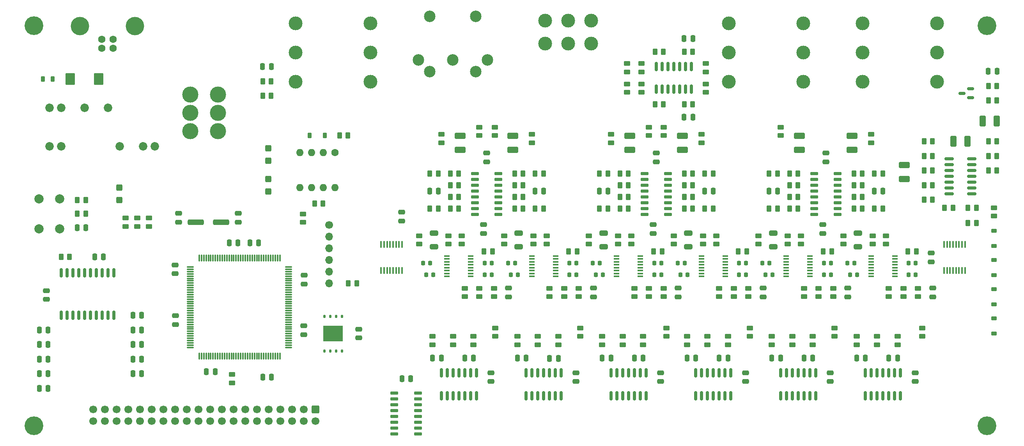
<source format=gbr>
%TF.GenerationSoftware,KiCad,Pcbnew,7.0.8*%
%TF.CreationDate,2023-12-29T15:46:01+01:00*%
%TF.ProjectId,overcycler3,6f766572-6379-4636-9c65-72332e6b6963,1*%
%TF.SameCoordinates,Original*%
%TF.FileFunction,Soldermask,Top*%
%TF.FilePolarity,Negative*%
%FSLAX46Y46*%
G04 Gerber Fmt 4.6, Leading zero omitted, Abs format (unit mm)*
G04 Created by KiCad (PCBNEW 7.0.8) date 2023-12-29 15:46:01*
%MOMM*%
%LPD*%
G01*
G04 APERTURE LIST*
G04 Aperture macros list*
%AMRoundRect*
0 Rectangle with rounded corners*
0 $1 Rounding radius*
0 $2 $3 $4 $5 $6 $7 $8 $9 X,Y pos of 4 corners*
0 Add a 4 corners polygon primitive as box body*
4,1,4,$2,$3,$4,$5,$6,$7,$8,$9,$2,$3,0*
0 Add four circle primitives for the rounded corners*
1,1,$1+$1,$2,$3*
1,1,$1+$1,$4,$5*
1,1,$1+$1,$6,$7*
1,1,$1+$1,$8,$9*
0 Add four rect primitives between the rounded corners*
20,1,$1+$1,$2,$3,$4,$5,0*
20,1,$1+$1,$4,$5,$6,$7,0*
20,1,$1+$1,$6,$7,$8,$9,0*
20,1,$1+$1,$8,$9,$2,$3,0*%
G04 Aperture macros list end*
%ADD10C,4.064000*%
%ADD11RoundRect,0.250000X-0.450000X0.262500X-0.450000X-0.262500X0.450000X-0.262500X0.450000X0.262500X0*%
%ADD12RoundRect,0.250000X0.475000X-0.250000X0.475000X0.250000X-0.475000X0.250000X-0.475000X-0.250000X0*%
%ADD13RoundRect,0.250000X0.450000X-0.262500X0.450000X0.262500X-0.450000X0.262500X-0.450000X-0.262500X0*%
%ADD14RoundRect,0.250000X-0.262500X-0.450000X0.262500X-0.450000X0.262500X0.450000X-0.262500X0.450000X0*%
%ADD15RoundRect,0.250000X0.250000X0.475000X-0.250000X0.475000X-0.250000X-0.475000X0.250000X-0.475000X0*%
%ADD16RoundRect,0.225000X-0.225000X-0.250000X0.225000X-0.250000X0.225000X0.250000X-0.225000X0.250000X0*%
%ADD17RoundRect,0.250000X-0.475000X0.250000X-0.475000X-0.250000X0.475000X-0.250000X0.475000X0.250000X0*%
%ADD18RoundRect,0.100000X-0.500000X-0.100000X0.500000X-0.100000X0.500000X0.100000X-0.500000X0.100000X0*%
%ADD19RoundRect,0.250000X0.262500X0.450000X-0.262500X0.450000X-0.262500X-0.450000X0.262500X-0.450000X0*%
%ADD20RoundRect,0.150000X0.150000X-0.825000X0.150000X0.825000X-0.150000X0.825000X-0.150000X-0.825000X0*%
%ADD21RoundRect,0.250000X-0.250000X-0.475000X0.250000X-0.475000X0.250000X0.475000X-0.250000X0.475000X0*%
%ADD22RoundRect,0.225000X0.225000X0.250000X-0.225000X0.250000X-0.225000X-0.250000X0.225000X-0.250000X0*%
%ADD23RoundRect,0.100000X0.100000X-0.637500X0.100000X0.637500X-0.100000X0.637500X-0.100000X-0.637500X0*%
%ADD24RoundRect,0.250000X0.650000X-0.325000X0.650000X0.325000X-0.650000X0.325000X-0.650000X-0.325000X0*%
%ADD25C,3.000000*%
%ADD26C,1.600000*%
%ADD27C,4.000000*%
%ADD28O,1.600000X1.600000*%
%ADD29RoundRect,0.250000X-0.425000X0.450000X-0.425000X-0.450000X0.425000X-0.450000X0.425000X0.450000X0*%
%ADD30RoundRect,0.250000X0.412500X0.925000X-0.412500X0.925000X-0.412500X-0.925000X0.412500X-0.925000X0*%
%ADD31RoundRect,0.250000X-0.925000X0.412500X-0.925000X-0.412500X0.925000X-0.412500X0.925000X0.412500X0*%
%ADD32RoundRect,0.150000X0.725000X0.150000X-0.725000X0.150000X-0.725000X-0.150000X0.725000X-0.150000X0*%
%ADD33RoundRect,0.300000X1.450000X0.300000X-1.450000X0.300000X-1.450000X-0.300000X1.450000X-0.300000X0*%
%ADD34C,1.850000*%
%ADD35RoundRect,0.250000X-0.600000X0.600000X-0.600000X-0.600000X0.600000X-0.600000X0.600000X0.600000X0*%
%ADD36C,1.700000*%
%ADD37C,3.500000*%
%ADD38RoundRect,0.225000X0.375000X-0.225000X0.375000X0.225000X-0.375000X0.225000X-0.375000X-0.225000X0*%
%ADD39RoundRect,0.150000X0.150000X-0.875000X0.150000X0.875000X-0.150000X0.875000X-0.150000X-0.875000X0*%
%ADD40RoundRect,0.150000X-0.725000X-0.150000X0.725000X-0.150000X0.725000X0.150000X-0.725000X0.150000X0*%
%ADD41C,2.000000*%
%ADD42RoundRect,0.150000X0.587500X0.150000X-0.587500X0.150000X-0.587500X-0.150000X0.587500X-0.150000X0*%
%ADD43RoundRect,0.125000X-0.125000X0.200000X-0.125000X-0.200000X0.125000X-0.200000X0.125000X0.200000X0*%
%ADD44R,4.300000X3.400000*%
%ADD45RoundRect,0.075000X-0.075000X0.662500X-0.075000X-0.662500X0.075000X-0.662500X0.075000X0.662500X0*%
%ADD46RoundRect,0.075000X-0.662500X0.075000X-0.662500X-0.075000X0.662500X-0.075000X0.662500X0.075000X0*%
%ADD47RoundRect,0.150000X-0.825000X-0.150000X0.825000X-0.150000X0.825000X0.150000X-0.825000X0.150000X0*%
%ADD48RoundRect,0.250000X-0.412500X-0.925000X0.412500X-0.925000X0.412500X0.925000X-0.412500X0.925000X0*%
%ADD49RoundRect,0.250000X0.787500X1.025000X-0.787500X1.025000X-0.787500X-1.025000X0.787500X-1.025000X0*%
%ADD50RoundRect,0.218750X-0.218750X-0.381250X0.218750X-0.381250X0.218750X0.381250X-0.218750X0.381250X0*%
%ADD51O,1.700000X1.700000*%
%ADD52RoundRect,0.100000X-0.100000X0.637500X-0.100000X-0.637500X0.100000X-0.637500X0.100000X0.637500X0*%
%ADD53C,2.500000*%
%ADD54RoundRect,0.225000X-0.225000X-0.375000X0.225000X-0.375000X0.225000X0.375000X-0.225000X0.375000X0*%
G04 APERTURE END LIST*
D10*
%TO.C,HOLE2*%
X49142500Y-145317500D03*
%TD*%
%TO.C,HOLE3*%
X256142500Y-145317500D03*
%TD*%
%TO.C,HOLE4*%
X256142500Y-58317500D03*
%TD*%
%TO.C,HOLE1*%
X49142500Y-58317500D03*
%TD*%
D11*
%TO.C,R90*%
X160495000Y-104001250D03*
X160495000Y-105826250D03*
%TD*%
D12*
%TO.C,C9*%
X80561250Y-101055000D03*
X80561250Y-99155000D03*
%TD*%
D11*
%TO.C,R76*%
X188117500Y-104001250D03*
X188117500Y-105826250D03*
%TD*%
D13*
%TO.C,R86*%
X164305000Y-117256250D03*
X164305000Y-115431250D03*
%TD*%
D14*
%TO.C,R44*%
X184030000Y-63956250D03*
X185855000Y-63956250D03*
%TD*%
D15*
%TO.C,C72*%
X156050000Y-130631250D03*
X154150000Y-130631250D03*
%TD*%
D16*
%TO.C,C86*%
X220680000Y-112533750D03*
X222230000Y-112533750D03*
%TD*%
D15*
%TO.C,C62*%
X192880000Y-130631250D03*
X190980000Y-130631250D03*
%TD*%
D13*
%TO.C,R101*%
X209395000Y-127733750D03*
X209395000Y-125908750D03*
%TD*%
D14*
%TO.C,R15*%
X242450000Y-86657500D03*
X244275000Y-86657500D03*
%TD*%
D17*
%TO.C,C3*%
X147477500Y-86025000D03*
X147477500Y-87925000D03*
%TD*%
D12*
%TO.C,C19*%
X107820000Y-114505000D03*
X107820000Y-112605000D03*
%TD*%
D16*
%TO.C,C77*%
X152735000Y-112533750D03*
X154285000Y-112533750D03*
%TD*%
D13*
%TO.C,R135*%
X227810000Y-127733750D03*
X227810000Y-125908750D03*
%TD*%
%TO.C,R4*%
X71583750Y-101967500D03*
X71583750Y-100142500D03*
%TD*%
D18*
%TO.C,U13*%
X157260000Y-108406250D03*
X157260000Y-109041250D03*
X157260000Y-109676250D03*
X157260000Y-110311250D03*
X157260000Y-110946250D03*
X157260000Y-111581250D03*
X157260000Y-112216250D03*
X157260000Y-112851250D03*
X162460000Y-112851250D03*
X162460000Y-112216250D03*
X162460000Y-111581250D03*
X162460000Y-110946250D03*
X162460000Y-110311250D03*
X162460000Y-109676250D03*
X162460000Y-109041250D03*
X162460000Y-108406250D03*
%TD*%
D19*
%TO.C,R26*%
X117346250Y-82153750D03*
X115521250Y-82153750D03*
%TD*%
D15*
%TO.C,C52*%
X137635000Y-130631250D03*
X135735000Y-130631250D03*
%TD*%
D20*
%TO.C,U8*%
X137635000Y-138821250D03*
X138905000Y-138821250D03*
X140175000Y-138821250D03*
X141445000Y-138821250D03*
X142715000Y-138821250D03*
X143985000Y-138821250D03*
X145255000Y-138821250D03*
X145255000Y-133871250D03*
X143985000Y-133871250D03*
X142715000Y-133871250D03*
X141445000Y-133871250D03*
X140175000Y-133871250D03*
X138905000Y-133871250D03*
X137635000Y-133871250D03*
%TD*%
D21*
%TO.C,C100*%
X171927500Y-94277500D03*
X173827500Y-94277500D03*
%TD*%
D11*
%TO.C,R66*%
X204627500Y-124083750D03*
X204627500Y-125908750D03*
%TD*%
D21*
%TO.C,C90*%
X208757500Y-94277500D03*
X210657500Y-94277500D03*
%TD*%
D12*
%TO.C,C14*%
X203675000Y-135708750D03*
X203675000Y-133808750D03*
%TD*%
D19*
%TO.C,R148*%
X233480000Y-90467500D03*
X231655000Y-90467500D03*
%TD*%
D21*
%TO.C,C83*%
X216375000Y-130631250D03*
X218275000Y-130631250D03*
%TD*%
D14*
%TO.C,R113*%
X208795000Y-98087500D03*
X210620000Y-98087500D03*
%TD*%
D19*
%TO.C,R16*%
X100677500Y-73590000D03*
X98852500Y-73590000D03*
%TD*%
D18*
%TO.C,U11*%
X194090000Y-108406250D03*
X194090000Y-109041250D03*
X194090000Y-109676250D03*
X194090000Y-110311250D03*
X194090000Y-110946250D03*
X194090000Y-111581250D03*
X194090000Y-112216250D03*
X194090000Y-112851250D03*
X199290000Y-112851250D03*
X199290000Y-112216250D03*
X199290000Y-111581250D03*
X199290000Y-110946250D03*
X199290000Y-110311250D03*
X199290000Y-109676250D03*
X199290000Y-109041250D03*
X199290000Y-108406250D03*
%TD*%
D14*
%TO.C,R130*%
X171965000Y-98087500D03*
X173790000Y-98087500D03*
%TD*%
D19*
%TO.C,R87*%
X167122500Y-107453750D03*
X165297500Y-107453750D03*
%TD*%
%TO.C,R70*%
X203952500Y-107453750D03*
X202127500Y-107453750D03*
%TD*%
D22*
%TO.C,C85*%
X222230000Y-109993750D03*
X220680000Y-109993750D03*
%TD*%
D11*
%TO.C,R57*%
X142715000Y-115431250D03*
X142715000Y-117256250D03*
%TD*%
D19*
%TO.C,R116*%
X215065000Y-90467500D03*
X213240000Y-90467500D03*
%TD*%
D16*
%TO.C,C66*%
X202265000Y-112533750D03*
X203815000Y-112533750D03*
%TD*%
D13*
%TO.C,R54*%
X140175000Y-127733750D03*
X140175000Y-125908750D03*
%TD*%
D17*
%TO.C,C32*%
X51910000Y-115947500D03*
X51910000Y-117847500D03*
%TD*%
D14*
%TO.C,R43*%
X184030000Y-75386250D03*
X185855000Y-75386250D03*
%TD*%
D11*
%TO.C,R32*%
X149223750Y-80387500D03*
X149223750Y-82212500D03*
%TD*%
D22*
%TO.C,C55*%
X148570000Y-109993750D03*
X147020000Y-109993750D03*
%TD*%
D14*
%TO.C,R42*%
X55085000Y-108642500D03*
X56910000Y-108642500D03*
%TD*%
D11*
%TO.C,R83*%
X167797500Y-124083750D03*
X167797500Y-125908750D03*
%TD*%
D17*
%TO.C,C2*%
X146842500Y-101582500D03*
X146842500Y-103482500D03*
%TD*%
D22*
%TO.C,C108*%
X227310000Y-109993750D03*
X225760000Y-109993750D03*
%TD*%
D23*
%TO.C,U20*%
X124565000Y-111586250D03*
X125215000Y-111586250D03*
X125865000Y-111586250D03*
X126515000Y-111586250D03*
X127165000Y-111586250D03*
X127815000Y-111586250D03*
X128465000Y-111586250D03*
X129115000Y-111586250D03*
X129115000Y-105861250D03*
X128465000Y-105861250D03*
X127815000Y-105861250D03*
X127165000Y-105861250D03*
X126515000Y-105861250D03*
X125865000Y-105861250D03*
X125215000Y-105861250D03*
X124565000Y-105861250D03*
%TD*%
D15*
%TO.C,C29*%
X130965000Y-135076250D03*
X129065000Y-135076250D03*
%TD*%
D13*
%TO.C,R67*%
X190980000Y-127733750D03*
X190980000Y-125908750D03*
%TD*%
D17*
%TO.C,C4*%
X183672500Y-101582500D03*
X183672500Y-103482500D03*
%TD*%
D21*
%TO.C,C35*%
X256382500Y-68242500D03*
X258282500Y-68242500D03*
%TD*%
D24*
%TO.C,C109*%
X228122500Y-106388750D03*
X228122500Y-103438750D03*
%TD*%
D19*
%TO.C,R115*%
X215065000Y-93007500D03*
X213240000Y-93007500D03*
%TD*%
D25*
%TO.C,J4*%
X200027500Y-64115000D03*
X216257500Y-64115000D03*
X200027500Y-57765000D03*
X216257500Y-57765000D03*
X200027500Y-70465000D03*
X216257500Y-70465000D03*
%TD*%
D13*
%TO.C,R29*%
X174465000Y-83800000D03*
X174465000Y-81975000D03*
%TD*%
D11*
%TO.C,R48*%
X195102500Y-66536250D03*
X195102500Y-68361250D03*
%TD*%
D13*
%TO.C,R68*%
X199860000Y-127733750D03*
X199860000Y-125908750D03*
%TD*%
%TO.C,R143*%
X231297500Y-105826250D03*
X231297500Y-104001250D03*
%TD*%
D14*
%TO.C,R46*%
X190380000Y-63956250D03*
X192205000Y-63956250D03*
%TD*%
D22*
%TO.C,C75*%
X166985000Y-109993750D03*
X165435000Y-109993750D03*
%TD*%
D14*
%TO.C,R82*%
X190380000Y-90467500D03*
X192205000Y-90467500D03*
%TD*%
D12*
%TO.C,C104*%
X244315000Y-117293750D03*
X244315000Y-115393750D03*
%TD*%
D25*
%TO.C,J2*%
X106027500Y-64115000D03*
X122257500Y-64115000D03*
X106027500Y-57765000D03*
X122257500Y-57765000D03*
X106027500Y-70465000D03*
X122257500Y-70465000D03*
%TD*%
D12*
%TO.C,C84*%
X225900000Y-117293750D03*
X225900000Y-115393750D03*
%TD*%
D11*
%TO.C,R49*%
X149382500Y-124083750D03*
X149382500Y-125908750D03*
%TD*%
D24*
%TO.C,C59*%
X136047500Y-106388750D03*
X136047500Y-103438750D03*
%TD*%
D21*
%TO.C,C51*%
X190342500Y-61098750D03*
X192242500Y-61098750D03*
%TD*%
D26*
%TO.C,J1*%
X63892500Y-63260000D03*
X66392500Y-63260000D03*
X66392500Y-61260000D03*
X63892500Y-61260000D03*
D27*
X59142500Y-58400000D03*
X71142500Y-58400000D03*
%TD*%
D22*
%TO.C,C68*%
X190480000Y-109993750D03*
X188930000Y-109993750D03*
%TD*%
D19*
%TO.C,R111*%
X215065000Y-95547500D03*
X213240000Y-95547500D03*
%TD*%
%TO.C,R11*%
X244275000Y-83482500D03*
X242450000Y-83482500D03*
%TD*%
D26*
%TO.C,OC1*%
X114518750Y-85873750D03*
D28*
X111978750Y-85873750D03*
X109438750Y-85873750D03*
X106898750Y-85873750D03*
X106898750Y-93493750D03*
X109438750Y-93493750D03*
X111978750Y-93493750D03*
X114518750Y-93493750D03*
%TD*%
D19*
%TO.C,R138*%
X240782500Y-107453750D03*
X238957500Y-107453750D03*
%TD*%
%TO.C,R104*%
X222367500Y-107453750D03*
X220542500Y-107453750D03*
%TD*%
D21*
%TO.C,C38*%
X70645000Y-121342500D03*
X72545000Y-121342500D03*
%TD*%
D11*
%TO.C,R108*%
X216375000Y-115431250D03*
X216375000Y-117256250D03*
%TD*%
%TO.C,R93*%
X151287500Y-104001250D03*
X151287500Y-105826250D03*
%TD*%
D19*
%TO.C,R18*%
X253800000Y-101262500D03*
X251975000Y-101262500D03*
%TD*%
D12*
%TO.C,C17*%
X129062500Y-100783750D03*
X129062500Y-98883750D03*
%TD*%
D18*
%TO.C,U17*%
X175675000Y-108406250D03*
X175675000Y-109041250D03*
X175675000Y-109676250D03*
X175675000Y-110311250D03*
X175675000Y-110946250D03*
X175675000Y-111581250D03*
X175675000Y-112216250D03*
X175675000Y-112851250D03*
X180875000Y-112851250D03*
X180875000Y-112216250D03*
X180875000Y-111581250D03*
X180875000Y-110946250D03*
X180875000Y-110311250D03*
X180875000Y-109676250D03*
X180875000Y-109041250D03*
X180875000Y-108406250D03*
%TD*%
D11*
%TO.C,R142*%
X234790000Y-115431250D03*
X234790000Y-117256250D03*
%TD*%
%TO.C,R107*%
X215740000Y-104001250D03*
X215740000Y-105826250D03*
%TD*%
D21*
%TO.C,C63*%
X197960000Y-130631250D03*
X199860000Y-130631250D03*
%TD*%
D18*
%TO.C,U19*%
X230920000Y-108406250D03*
X230920000Y-109041250D03*
X230920000Y-109676250D03*
X230920000Y-110311250D03*
X230920000Y-110946250D03*
X230920000Y-111581250D03*
X230920000Y-112216250D03*
X230920000Y-112851250D03*
X236120000Y-112851250D03*
X236120000Y-112216250D03*
X236120000Y-111581250D03*
X236120000Y-110946250D03*
X236120000Y-110311250D03*
X236120000Y-109676250D03*
X236120000Y-109041250D03*
X236120000Y-108406250D03*
%TD*%
D21*
%TO.C,C42*%
X70645000Y-134042500D03*
X72545000Y-134042500D03*
%TD*%
D19*
%TO.C,R64*%
X141405000Y-93007500D03*
X139580000Y-93007500D03*
%TD*%
D16*
%TO.C,C106*%
X239095000Y-112533750D03*
X240645000Y-112533750D03*
%TD*%
D13*
%TO.C,R126*%
X176052500Y-105826250D03*
X176052500Y-104001250D03*
%TD*%
D16*
%TO.C,C76*%
X165435000Y-112533750D03*
X166985000Y-112533750D03*
%TD*%
D11*
%TO.C,R74*%
X197960000Y-115431250D03*
X197960000Y-117256250D03*
%TD*%
D15*
%TO.C,C45*%
X52225000Y-130867500D03*
X50325000Y-130867500D03*
%TD*%
D14*
%TO.C,R145*%
X227210000Y-95547500D03*
X229035000Y-95547500D03*
%TD*%
D21*
%TO.C,C40*%
X70645000Y-127692500D03*
X72545000Y-127692500D03*
%TD*%
D22*
%TO.C,C88*%
X208895000Y-109993750D03*
X207345000Y-109993750D03*
%TD*%
D15*
%TO.C,C25*%
X93500000Y-105585000D03*
X91600000Y-105585000D03*
%TD*%
D14*
%TO.C,R149*%
X227210000Y-93007500D03*
X229035000Y-93007500D03*
%TD*%
D21*
%TO.C,C93*%
X179545000Y-130631250D03*
X181445000Y-130631250D03*
%TD*%
D15*
%TO.C,C8*%
X60480000Y-102251250D03*
X58580000Y-102251250D03*
%TD*%
D14*
%TO.C,R99*%
X153550000Y-90467500D03*
X155375000Y-90467500D03*
%TD*%
D21*
%TO.C,C23*%
X98870000Y-134795000D03*
X100770000Y-134795000D03*
%TD*%
D13*
%TO.C,R2*%
X69043750Y-101967500D03*
X69043750Y-100142500D03*
%TD*%
D19*
%TO.C,R19*%
X258245000Y-83482500D03*
X256420000Y-83482500D03*
%TD*%
D15*
%TO.C,C18*%
X97945000Y-105585000D03*
X96045000Y-105585000D03*
%TD*%
D29*
%TO.C,C31*%
X67697500Y-93562500D03*
X67697500Y-96262500D03*
%TD*%
D13*
%TO.C,R109*%
X212882500Y-105826250D03*
X212882500Y-104001250D03*
%TD*%
D19*
%TO.C,R97*%
X159820000Y-90467500D03*
X157995000Y-90467500D03*
%TD*%
D15*
%TO.C,C70*%
X196687500Y-94277500D03*
X194787500Y-94277500D03*
%TD*%
D13*
%TO.C,R21*%
X107631250Y-101100000D03*
X107631250Y-99275000D03*
%TD*%
%TO.C,R37*%
X177957500Y-72806250D03*
X177957500Y-70981250D03*
%TD*%
D30*
%TO.C,C33*%
X258235000Y-79037500D03*
X255160000Y-79037500D03*
%TD*%
D19*
%TO.C,R133*%
X178235000Y-90467500D03*
X176410000Y-90467500D03*
%TD*%
D31*
%TO.C,C48*%
X238123750Y-88612500D03*
X238123750Y-91687500D03*
%TD*%
D18*
%TO.C,U9*%
X138845000Y-108406250D03*
X138845000Y-109041250D03*
X138845000Y-109676250D03*
X138845000Y-110311250D03*
X138845000Y-110946250D03*
X138845000Y-111581250D03*
X138845000Y-112216250D03*
X138845000Y-112851250D03*
X144045000Y-112851250D03*
X144045000Y-112216250D03*
X144045000Y-111581250D03*
X144045000Y-110946250D03*
X144045000Y-110311250D03*
X144045000Y-109676250D03*
X144045000Y-109041250D03*
X144045000Y-108406250D03*
%TD*%
D11*
%TO.C,R100*%
X223042500Y-124083750D03*
X223042500Y-125908750D03*
%TD*%
%TO.C,R125*%
X179545000Y-115431250D03*
X179545000Y-117256250D03*
%TD*%
D14*
%TO.C,R13*%
X246895000Y-97928750D03*
X248720000Y-97928750D03*
%TD*%
D19*
%TO.C,R3*%
X60442500Y-99235000D03*
X58617500Y-99235000D03*
%TD*%
D20*
%TO.C,U6*%
X184307500Y-72146250D03*
X185577500Y-72146250D03*
X186847500Y-72146250D03*
X188117500Y-72146250D03*
X189387500Y-72146250D03*
X190657500Y-72146250D03*
X191927500Y-72146250D03*
X191927500Y-67196250D03*
X190657500Y-67196250D03*
X189387500Y-67196250D03*
X188117500Y-67196250D03*
X186847500Y-67196250D03*
X185577500Y-67196250D03*
X184307500Y-67196250D03*
%TD*%
D24*
%TO.C,C79*%
X154462500Y-106388750D03*
X154462500Y-103438750D03*
%TD*%
D13*
%TO.C,R35*%
X194150000Y-83800000D03*
X194150000Y-81975000D03*
%TD*%
D15*
%TO.C,C102*%
X229710000Y-130631250D03*
X227810000Y-130631250D03*
%TD*%
D11*
%TO.C,R110*%
X206532500Y-104001250D03*
X206532500Y-105826250D03*
%TD*%
D32*
%TO.C,IC1*%
X150052500Y-99357500D03*
X150052500Y-98087500D03*
X150052500Y-96817500D03*
X150052500Y-95547500D03*
X150052500Y-94277500D03*
X150052500Y-93007500D03*
X150052500Y-91737500D03*
X150052500Y-90467500D03*
X144902500Y-90467500D03*
X144902500Y-91737500D03*
X144902500Y-93007500D03*
X144902500Y-94277500D03*
X144902500Y-95547500D03*
X144902500Y-96817500D03*
X144902500Y-98087500D03*
X144902500Y-99357500D03*
%TD*%
D11*
%TO.C,R55*%
X149065000Y-115431250D03*
X149065000Y-117256250D03*
%TD*%
%TO.C,R40*%
X177957500Y-66536250D03*
X177957500Y-68361250D03*
%TD*%
D31*
%TO.C,C111*%
X226852500Y-82262500D03*
X226852500Y-85337500D03*
%TD*%
D21*
%TO.C,C50*%
X190342500Y-78243750D03*
X192242500Y-78243750D03*
%TD*%
D33*
%TO.C,Y1*%
X89820000Y-101055000D03*
X84320000Y-101055000D03*
%TD*%
D31*
%TO.C,C71*%
X190022500Y-82262500D03*
X190022500Y-85337500D03*
%TD*%
D16*
%TO.C,C57*%
X134320000Y-112533750D03*
X135870000Y-112533750D03*
%TD*%
D19*
%TO.C,R96*%
X159820000Y-98087500D03*
X157995000Y-98087500D03*
%TD*%
D12*
%TO.C,C10*%
X148430000Y-135708750D03*
X148430000Y-133808750D03*
%TD*%
D11*
%TO.C,R127*%
X169702500Y-104001250D03*
X169702500Y-105826250D03*
%TD*%
D14*
%TO.C,R77*%
X190380000Y-95547500D03*
X192205000Y-95547500D03*
%TD*%
D21*
%TO.C,C49*%
X62390000Y-108642500D03*
X64290000Y-108642500D03*
%TD*%
D13*
%TO.C,R122*%
X177005000Y-127733750D03*
X177005000Y-125908750D03*
%TD*%
D19*
%TO.C,R121*%
X185537500Y-107453750D03*
X183712500Y-107453750D03*
%TD*%
D13*
%TO.C,R20*%
X257650000Y-99753750D03*
X257650000Y-97928750D03*
%TD*%
D34*
%TO.C,PS2*%
X52533750Y-76165000D03*
X55073750Y-76165000D03*
X60153750Y-76165000D03*
X65233750Y-76165000D03*
%TD*%
D13*
%TO.C,R31*%
X137635000Y-83800000D03*
X137635000Y-81975000D03*
%TD*%
D14*
%TO.C,R12*%
X242450000Y-93007500D03*
X244275000Y-93007500D03*
%TD*%
D35*
%TO.C,P2*%
X110330000Y-141780000D03*
D36*
X110330000Y-144320000D03*
X107790000Y-141780000D03*
X107790000Y-144320000D03*
X105250000Y-141780000D03*
X105250000Y-144320000D03*
X102710000Y-141780000D03*
X102710000Y-144320000D03*
X100170000Y-141780000D03*
X100170000Y-144320000D03*
X97630000Y-141780000D03*
X97630000Y-144320000D03*
X95090000Y-141780000D03*
X95090000Y-144320000D03*
X92550000Y-141780000D03*
X92550000Y-144320000D03*
X90010000Y-141780000D03*
X90010000Y-144320000D03*
X87470000Y-141780000D03*
X87470000Y-144320000D03*
X84930000Y-141780000D03*
X84930000Y-144320000D03*
X82390000Y-141780000D03*
X82390000Y-144320000D03*
X79850000Y-141780000D03*
X79850000Y-144320000D03*
X77310000Y-141780000D03*
X77310000Y-144320000D03*
X74770000Y-141780000D03*
X74770000Y-144320000D03*
X72230000Y-141780000D03*
X72230000Y-144320000D03*
X69690000Y-141780000D03*
X69690000Y-144320000D03*
X67150000Y-141780000D03*
X67150000Y-144320000D03*
X64610000Y-141780000D03*
X64610000Y-144320000D03*
X62070000Y-141780000D03*
X62070000Y-144320000D03*
%TD*%
D15*
%TO.C,C47*%
X52225000Y-124517500D03*
X50325000Y-124517500D03*
%TD*%
D13*
%TO.C,R36*%
X230980000Y-83800000D03*
X230980000Y-81975000D03*
%TD*%
%TO.C,R85*%
X163030000Y-127733750D03*
X163030000Y-125908750D03*
%TD*%
D14*
%TO.C,R131*%
X171965000Y-90467500D03*
X173790000Y-90467500D03*
%TD*%
D37*
%TO.C,SW2*%
X89142500Y-73290000D03*
X89142500Y-77290000D03*
X89142500Y-81290000D03*
X83142500Y-73290000D03*
X83142500Y-77290000D03*
X83142500Y-81290000D03*
%TD*%
D13*
%TO.C,R47*%
X195102500Y-72806250D03*
X195102500Y-70981250D03*
%TD*%
D16*
%TO.C,C97*%
X171150000Y-112533750D03*
X172700000Y-112533750D03*
%TD*%
D20*
%TO.C,U12*%
X156050000Y-138821250D03*
X157320000Y-138821250D03*
X158590000Y-138821250D03*
X159860000Y-138821250D03*
X161130000Y-138821250D03*
X162400000Y-138821250D03*
X163670000Y-138821250D03*
X163670000Y-133871250D03*
X162400000Y-133871250D03*
X161130000Y-133871250D03*
X159860000Y-133871250D03*
X158590000Y-133871250D03*
X157320000Y-133871250D03*
X156050000Y-133871250D03*
%TD*%
D14*
%TO.C,R45*%
X190380000Y-75386250D03*
X192205000Y-75386250D03*
%TD*%
D12*
%TO.C,C94*%
X189070000Y-117293750D03*
X189070000Y-115393750D03*
%TD*%
D11*
%TO.C,R28*%
X182720000Y-80387500D03*
X182720000Y-82212500D03*
%TD*%
D13*
%TO.C,R105*%
X213835000Y-127733750D03*
X213835000Y-125908750D03*
%TD*%
D19*
%TO.C,R10*%
X244275000Y-96182500D03*
X242450000Y-96182500D03*
%TD*%
D14*
%TO.C,R81*%
X190380000Y-93007500D03*
X192205000Y-93007500D03*
%TD*%
D19*
%TO.C,R128*%
X178235000Y-95547500D03*
X176410000Y-95547500D03*
%TD*%
D16*
%TO.C,C56*%
X147020000Y-112533750D03*
X148570000Y-112533750D03*
%TD*%
D11*
%TO.C,R91*%
X161130000Y-115431250D03*
X161130000Y-117256250D03*
%TD*%
D13*
%TO.C,R33*%
X157320000Y-83800000D03*
X157320000Y-81975000D03*
%TD*%
D21*
%TO.C,C60*%
X135097500Y-94277500D03*
X136997500Y-94277500D03*
%TD*%
D13*
%TO.C,R5*%
X74123750Y-101982500D03*
X74123750Y-100157500D03*
%TD*%
D21*
%TO.C,C24*%
X86620000Y-133555000D03*
X88520000Y-133555000D03*
%TD*%
D17*
%TO.C,C34*%
X243997500Y-107773750D03*
X243997500Y-109673750D03*
%TD*%
D13*
%TO.C,R38*%
X181132500Y-72806250D03*
X181132500Y-70981250D03*
%TD*%
D14*
%TO.C,R98*%
X153550000Y-93007500D03*
X155375000Y-93007500D03*
%TD*%
D21*
%TO.C,C39*%
X70645000Y-124517500D03*
X72545000Y-124517500D03*
%TD*%
D19*
%TO.C,R147*%
X233480000Y-98087500D03*
X231655000Y-98087500D03*
%TD*%
D16*
%TO.C,C96*%
X183850000Y-112533750D03*
X185400000Y-112533750D03*
%TD*%
D14*
%TO.C,R9*%
X242450000Y-89832500D03*
X244275000Y-89832500D03*
%TD*%
%TO.C,R7*%
X256420000Y-74592500D03*
X258245000Y-74592500D03*
%TD*%
D12*
%TO.C,C1*%
X93578750Y-101055000D03*
X93578750Y-99155000D03*
%TD*%
%TO.C,C74*%
X170655000Y-117293750D03*
X170655000Y-115393750D03*
%TD*%
D19*
%TO.C,R65*%
X141405000Y-90467500D03*
X139580000Y-90467500D03*
%TD*%
D29*
%TO.C,C22*%
X100082500Y-84990000D03*
X100082500Y-87690000D03*
%TD*%
D22*
%TO.C,C105*%
X240645000Y-109993750D03*
X239095000Y-109993750D03*
%TD*%
D19*
%TO.C,R80*%
X196650000Y-90467500D03*
X194825000Y-90467500D03*
%TD*%
D13*
%TO.C,R118*%
X172565000Y-127733750D03*
X172565000Y-125908750D03*
%TD*%
D17*
%TO.C,C6*%
X220502500Y-101582500D03*
X220502500Y-103482500D03*
%TD*%
D12*
%TO.C,C30*%
X119696250Y-126255000D03*
X119696250Y-124355000D03*
%TD*%
D38*
%TO.C,D3*%
X257650000Y-112596250D03*
X257650000Y-109296250D03*
%TD*%
D31*
%TO.C,C61*%
X141762500Y-82262500D03*
X141762500Y-85337500D03*
%TD*%
D17*
%TO.C,C5*%
X184307500Y-86025000D03*
X184307500Y-87925000D03*
%TD*%
D19*
%TO.C,R60*%
X141405000Y-95547500D03*
X139580000Y-95547500D03*
%TD*%
D12*
%TO.C,C15*%
X222090000Y-135708750D03*
X222090000Y-133808750D03*
%TD*%
D13*
%TO.C,R69*%
X201135000Y-117256250D03*
X201135000Y-115431250D03*
%TD*%
D21*
%TO.C,C73*%
X161130000Y-130711250D03*
X163030000Y-130711250D03*
%TD*%
D14*
%TO.C,R129*%
X176410000Y-98087500D03*
X178235000Y-98087500D03*
%TD*%
D24*
%TO.C,C89*%
X209707500Y-106388750D03*
X209707500Y-103438750D03*
%TD*%
D21*
%TO.C,C53*%
X142715000Y-130631250D03*
X144615000Y-130631250D03*
%TD*%
D18*
%TO.C,U15*%
X212505000Y-108406250D03*
X212505000Y-109041250D03*
X212505000Y-109676250D03*
X212505000Y-110311250D03*
X212505000Y-110946250D03*
X212505000Y-111581250D03*
X212505000Y-112216250D03*
X212505000Y-112851250D03*
X217705000Y-112851250D03*
X217705000Y-112216250D03*
X217705000Y-111581250D03*
X217705000Y-110946250D03*
X217705000Y-110311250D03*
X217705000Y-109676250D03*
X217705000Y-109041250D03*
X217705000Y-108406250D03*
%TD*%
D39*
%TO.C,U4*%
X55085000Y-121342500D03*
X56355000Y-121342500D03*
X57625000Y-121342500D03*
X58895000Y-121342500D03*
X60165000Y-121342500D03*
X61435000Y-121342500D03*
X62705000Y-121342500D03*
X63975000Y-121342500D03*
X65245000Y-121342500D03*
X66515000Y-121342500D03*
X66515000Y-112042500D03*
X65245000Y-112042500D03*
X63975000Y-112042500D03*
X62705000Y-112042500D03*
X61435000Y-112042500D03*
X60165000Y-112042500D03*
X58895000Y-112042500D03*
X57625000Y-112042500D03*
X56355000Y-112042500D03*
X55085000Y-112042500D03*
%TD*%
D13*
%TO.C,R92*%
X157637500Y-105826250D03*
X157637500Y-104001250D03*
%TD*%
%TO.C,R88*%
X158590000Y-127733750D03*
X158590000Y-125908750D03*
%TD*%
%TO.C,R120*%
X182720000Y-117256250D03*
X182720000Y-115431250D03*
%TD*%
D40*
%TO.C,U5*%
X127440000Y-138251250D03*
X127440000Y-139521250D03*
X127440000Y-140791250D03*
X127440000Y-142061250D03*
X127440000Y-143331250D03*
X127440000Y-144601250D03*
X127440000Y-145871250D03*
X127440000Y-147141250D03*
X132590000Y-147141250D03*
X132590000Y-145871250D03*
X132590000Y-144601250D03*
X132590000Y-143331250D03*
X132590000Y-142061250D03*
X132590000Y-140791250D03*
X132590000Y-139521250D03*
X132590000Y-138251250D03*
%TD*%
D14*
%TO.C,R8*%
X256420000Y-71417500D03*
X258245000Y-71417500D03*
%TD*%
D19*
%TO.C,R146*%
X229035000Y-98087500D03*
X227210000Y-98087500D03*
%TD*%
D41*
%TO.C,SW1*%
X50295000Y-102485000D03*
X50295000Y-95985000D03*
X54795000Y-102485000D03*
X54795000Y-95985000D03*
%TD*%
D11*
%TO.C,R34*%
X185895000Y-80387500D03*
X185895000Y-82212500D03*
%TD*%
%TO.C,R39*%
X181132500Y-66536250D03*
X181132500Y-68361250D03*
%TD*%
D42*
%TO.C,Q1*%
X252555000Y-73955000D03*
X252555000Y-72055000D03*
X250680000Y-73005000D03*
%TD*%
D21*
%TO.C,C103*%
X234790000Y-130631250D03*
X236690000Y-130631250D03*
%TD*%
D19*
%TO.C,R24*%
X258245000Y-86657500D03*
X256420000Y-86657500D03*
%TD*%
D14*
%TO.C,R22*%
X110123750Y-96976250D03*
X111948750Y-96976250D03*
%TD*%
D11*
%TO.C,R123*%
X185895000Y-115431250D03*
X185895000Y-117256250D03*
%TD*%
D15*
%TO.C,C80*%
X159857500Y-94277500D03*
X157957500Y-94277500D03*
%TD*%
D11*
%TO.C,R134*%
X242092500Y-124083750D03*
X242092500Y-125908750D03*
%TD*%
%TO.C,R72*%
X204310000Y-115431250D03*
X204310000Y-117256250D03*
%TD*%
D24*
%TO.C,C99*%
X172877500Y-106388750D03*
X172877500Y-103438750D03*
%TD*%
D34*
%TO.C,PS1*%
X52533750Y-84585000D03*
X55073750Y-84585000D03*
X67773750Y-84585000D03*
X72853750Y-84585000D03*
X75393750Y-84585000D03*
%TD*%
D43*
%TO.C,U1*%
X116045000Y-121555000D03*
X114775000Y-121555000D03*
X113505000Y-121555000D03*
X112235000Y-121555000D03*
X112235000Y-129055000D03*
X113505000Y-129055000D03*
X114775000Y-129055000D03*
X116045000Y-129055000D03*
D44*
X114140000Y-125305000D03*
%TD*%
D11*
%TO.C,R117*%
X186530000Y-124083750D03*
X186530000Y-125908750D03*
%TD*%
D22*
%TO.C,C65*%
X203815000Y-109993750D03*
X202265000Y-109993750D03*
%TD*%
D13*
%TO.C,R52*%
X145890000Y-117256250D03*
X145890000Y-115431250D03*
%TD*%
%TO.C,R75*%
X194467500Y-105826250D03*
X194467500Y-104001250D03*
%TD*%
D16*
%TO.C,C87*%
X207980000Y-112533750D03*
X209530000Y-112533750D03*
%TD*%
D19*
%TO.C,R79*%
X196650000Y-98087500D03*
X194825000Y-98087500D03*
%TD*%
D20*
%TO.C,U14*%
X211295000Y-138821250D03*
X212565000Y-138821250D03*
X213835000Y-138821250D03*
X215105000Y-138821250D03*
X216375000Y-138821250D03*
X217645000Y-138821250D03*
X218915000Y-138821250D03*
X218915000Y-133871250D03*
X217645000Y-133871250D03*
X216375000Y-133871250D03*
X215105000Y-133871250D03*
X213835000Y-133871250D03*
X212565000Y-133871250D03*
X211295000Y-133871250D03*
%TD*%
D32*
%TO.C,IC2*%
X186882500Y-99357500D03*
X186882500Y-98087500D03*
X186882500Y-96817500D03*
X186882500Y-95547500D03*
X186882500Y-94277500D03*
X186882500Y-93007500D03*
X186882500Y-91737500D03*
X186882500Y-90467500D03*
X181732500Y-90467500D03*
X181732500Y-91737500D03*
X181732500Y-93007500D03*
X181732500Y-94277500D03*
X181732500Y-95547500D03*
X181732500Y-96817500D03*
X181732500Y-98087500D03*
X181732500Y-99357500D03*
%TD*%
D45*
%TO.C,U3*%
X102570000Y-108892500D03*
X102070000Y-108892500D03*
X101570000Y-108892500D03*
X101070000Y-108892500D03*
X100570000Y-108892500D03*
X100070000Y-108892500D03*
X99570000Y-108892500D03*
X99070000Y-108892500D03*
X98570000Y-108892500D03*
X98070000Y-108892500D03*
X97570000Y-108892500D03*
X97070000Y-108892500D03*
X96570000Y-108892500D03*
X96070000Y-108892500D03*
X95570000Y-108892500D03*
X95070000Y-108892500D03*
X94570000Y-108892500D03*
X94070000Y-108892500D03*
X93570000Y-108892500D03*
X93070000Y-108892500D03*
X92570000Y-108892500D03*
X92070000Y-108892500D03*
X91570000Y-108892500D03*
X91070000Y-108892500D03*
X90570000Y-108892500D03*
X90070000Y-108892500D03*
X89570000Y-108892500D03*
X89070000Y-108892500D03*
X88570000Y-108892500D03*
X88070000Y-108892500D03*
X87570000Y-108892500D03*
X87070000Y-108892500D03*
X86570000Y-108892500D03*
X86070000Y-108892500D03*
X85570000Y-108892500D03*
X85070000Y-108892500D03*
D46*
X83157500Y-110805000D03*
X83157500Y-111305000D03*
X83157500Y-111805000D03*
X83157500Y-112305000D03*
X83157500Y-112805000D03*
X83157500Y-113305000D03*
X83157500Y-113805000D03*
X83157500Y-114305000D03*
X83157500Y-114805000D03*
X83157500Y-115305000D03*
X83157500Y-115805000D03*
X83157500Y-116305000D03*
X83157500Y-116805000D03*
X83157500Y-117305000D03*
X83157500Y-117805000D03*
X83157500Y-118305000D03*
X83157500Y-118805000D03*
X83157500Y-119305000D03*
X83157500Y-119805000D03*
X83157500Y-120305000D03*
X83157500Y-120805000D03*
X83157500Y-121305000D03*
X83157500Y-121805000D03*
X83157500Y-122305000D03*
X83157500Y-122805000D03*
X83157500Y-123305000D03*
X83157500Y-123805000D03*
X83157500Y-124305000D03*
X83157500Y-124805000D03*
X83157500Y-125305000D03*
X83157500Y-125805000D03*
X83157500Y-126305000D03*
X83157500Y-126805000D03*
X83157500Y-127305000D03*
X83157500Y-127805000D03*
X83157500Y-128305000D03*
D45*
X85070000Y-130217500D03*
X85570000Y-130217500D03*
X86070000Y-130217500D03*
X86570000Y-130217500D03*
X87070000Y-130217500D03*
X87570000Y-130217500D03*
X88070000Y-130217500D03*
X88570000Y-130217500D03*
X89070000Y-130217500D03*
X89570000Y-130217500D03*
X90070000Y-130217500D03*
X90570000Y-130217500D03*
X91070000Y-130217500D03*
X91570000Y-130217500D03*
X92070000Y-130217500D03*
X92570000Y-130217500D03*
X93070000Y-130217500D03*
X93570000Y-130217500D03*
X94070000Y-130217500D03*
X94570000Y-130217500D03*
X95070000Y-130217500D03*
X95570000Y-130217500D03*
X96070000Y-130217500D03*
X96570000Y-130217500D03*
X97070000Y-130217500D03*
X97570000Y-130217500D03*
X98070000Y-130217500D03*
X98570000Y-130217500D03*
X99070000Y-130217500D03*
X99570000Y-130217500D03*
X100070000Y-130217500D03*
X100570000Y-130217500D03*
X101070000Y-130217500D03*
X101570000Y-130217500D03*
X102070000Y-130217500D03*
X102570000Y-130217500D03*
D46*
X104482500Y-128305000D03*
X104482500Y-127805000D03*
X104482500Y-127305000D03*
X104482500Y-126805000D03*
X104482500Y-126305000D03*
X104482500Y-125805000D03*
X104482500Y-125305000D03*
X104482500Y-124805000D03*
X104482500Y-124305000D03*
X104482500Y-123805000D03*
X104482500Y-123305000D03*
X104482500Y-122805000D03*
X104482500Y-122305000D03*
X104482500Y-121805000D03*
X104482500Y-121305000D03*
X104482500Y-120805000D03*
X104482500Y-120305000D03*
X104482500Y-119805000D03*
X104482500Y-119305000D03*
X104482500Y-118805000D03*
X104482500Y-118305000D03*
X104482500Y-117805000D03*
X104482500Y-117305000D03*
X104482500Y-116805000D03*
X104482500Y-116305000D03*
X104482500Y-115805000D03*
X104482500Y-115305000D03*
X104482500Y-114805000D03*
X104482500Y-114305000D03*
X104482500Y-113805000D03*
X104482500Y-113305000D03*
X104482500Y-112805000D03*
X104482500Y-112305000D03*
X104482500Y-111805000D03*
X104482500Y-111305000D03*
X104482500Y-110805000D03*
%TD*%
D11*
%TO.C,R89*%
X167480000Y-115431250D03*
X167480000Y-117256250D03*
%TD*%
D13*
%TO.C,R25*%
X92181250Y-136025000D03*
X92181250Y-134200000D03*
%TD*%
D17*
%TO.C,C7*%
X221137500Y-86025000D03*
X221137500Y-87925000D03*
%TD*%
D47*
%TO.C,U2*%
X247872500Y-87292500D03*
X247872500Y-88562500D03*
X247872500Y-89832500D03*
X247872500Y-91102500D03*
X247872500Y-92372500D03*
X247872500Y-93642500D03*
X247872500Y-94912500D03*
X252822500Y-94912500D03*
X252822500Y-93642500D03*
X252822500Y-92372500D03*
X252822500Y-91102500D03*
X252822500Y-89832500D03*
X252822500Y-88562500D03*
X252822500Y-87292500D03*
%TD*%
D20*
%TO.C,U18*%
X229710000Y-138821250D03*
X230980000Y-138821250D03*
X232250000Y-138821250D03*
X233520000Y-138821250D03*
X234790000Y-138821250D03*
X236060000Y-138821250D03*
X237330000Y-138821250D03*
X237330000Y-133871250D03*
X236060000Y-133871250D03*
X234790000Y-133871250D03*
X233520000Y-133871250D03*
X232250000Y-133871250D03*
X230980000Y-133871250D03*
X229710000Y-133871250D03*
%TD*%
D13*
%TO.C,R103*%
X219550000Y-117256250D03*
X219550000Y-115431250D03*
%TD*%
D38*
%TO.C,D1*%
X257650000Y-125296250D03*
X257650000Y-121996250D03*
%TD*%
D14*
%TO.C,R62*%
X135135000Y-98087500D03*
X136960000Y-98087500D03*
%TD*%
D13*
%TO.C,R84*%
X154150000Y-127733750D03*
X154150000Y-125908750D03*
%TD*%
%TO.C,R58*%
X139222500Y-105826250D03*
X139222500Y-104001250D03*
%TD*%
D14*
%TO.C,R150*%
X227210000Y-90467500D03*
X229035000Y-90467500D03*
%TD*%
D11*
%TO.C,R73*%
X197325000Y-104001250D03*
X197325000Y-105826250D03*
%TD*%
D21*
%TO.C,C37*%
X98815000Y-67240000D03*
X100715000Y-67240000D03*
%TD*%
D19*
%TO.C,R53*%
X148707500Y-107453750D03*
X146882500Y-107453750D03*
%TD*%
D12*
%TO.C,C54*%
X152240000Y-117293750D03*
X152240000Y-115393750D03*
%TD*%
D14*
%TO.C,R14*%
X98852500Y-70415000D03*
X100677500Y-70415000D03*
%TD*%
D24*
%TO.C,C69*%
X191292500Y-106388750D03*
X191292500Y-103438750D03*
%TD*%
D13*
%TO.C,R119*%
X181445000Y-127733750D03*
X181445000Y-125908750D03*
%TD*%
D12*
%TO.C,C16*%
X240505000Y-135708750D03*
X240505000Y-133808750D03*
%TD*%
D11*
%TO.C,R141*%
X234155000Y-104001250D03*
X234155000Y-105826250D03*
%TD*%
D31*
%TO.C,C101*%
X178592500Y-82262500D03*
X178592500Y-85337500D03*
%TD*%
D38*
%TO.C,D2*%
X257650000Y-118946250D03*
X257650000Y-115646250D03*
%TD*%
D14*
%TO.C,R23*%
X256420000Y-89832500D03*
X258245000Y-89832500D03*
%TD*%
D11*
%TO.C,R140*%
X241140000Y-115431250D03*
X241140000Y-117256250D03*
%TD*%
D12*
%TO.C,C27*%
X79880000Y-123305000D03*
X79880000Y-121405000D03*
%TD*%
D20*
%TO.C,U10*%
X192880000Y-138821250D03*
X194150000Y-138821250D03*
X195420000Y-138821250D03*
X196690000Y-138821250D03*
X197960000Y-138821250D03*
X199230000Y-138821250D03*
X200500000Y-138821250D03*
X200500000Y-133871250D03*
X199230000Y-133871250D03*
X197960000Y-133871250D03*
X196690000Y-133871250D03*
X195420000Y-133871250D03*
X194150000Y-133871250D03*
X192880000Y-133871250D03*
%TD*%
D15*
%TO.C,C46*%
X52225000Y-127692500D03*
X50325000Y-127692500D03*
%TD*%
D19*
%TO.C,R132*%
X178235000Y-93007500D03*
X176410000Y-93007500D03*
%TD*%
D22*
%TO.C,C58*%
X135235000Y-109993750D03*
X133685000Y-109993750D03*
%TD*%
D19*
%TO.C,R1*%
X60442500Y-96218750D03*
X58617500Y-96218750D03*
%TD*%
D13*
%TO.C,R71*%
X195420000Y-127733750D03*
X195420000Y-125908750D03*
%TD*%
D15*
%TO.C,C82*%
X211295000Y-130631250D03*
X209395000Y-130631250D03*
%TD*%
D12*
%TO.C,C64*%
X207485000Y-117293750D03*
X207485000Y-115393750D03*
%TD*%
D19*
%TO.C,R17*%
X253800000Y-97928750D03*
X251975000Y-97928750D03*
%TD*%
D31*
%TO.C,C81*%
X153192500Y-82262500D03*
X153192500Y-85337500D03*
%TD*%
D11*
%TO.C,R124*%
X178910000Y-104001250D03*
X178910000Y-105826250D03*
%TD*%
D20*
%TO.C,U16*%
X174465000Y-138821250D03*
X175735000Y-138821250D03*
X177005000Y-138821250D03*
X178275000Y-138821250D03*
X179545000Y-138821250D03*
X180815000Y-138821250D03*
X182085000Y-138821250D03*
X182085000Y-133871250D03*
X180815000Y-133871250D03*
X179545000Y-133871250D03*
X178275000Y-133871250D03*
X177005000Y-133871250D03*
X175735000Y-133871250D03*
X174465000Y-133871250D03*
%TD*%
D48*
%TO.C,C36*%
X248810000Y-83482500D03*
X251885000Y-83482500D03*
%TD*%
D12*
%TO.C,C11*%
X166845000Y-135708750D03*
X166845000Y-133808750D03*
%TD*%
D13*
%TO.C,R139*%
X232250000Y-127733750D03*
X232250000Y-125908750D03*
%TD*%
D25*
%TO.C,RV1*%
X170142500Y-57210000D03*
X165142500Y-57210000D03*
X160142500Y-57210000D03*
X170142500Y-62210000D03*
X165142500Y-62210000D03*
X160142500Y-62210000D03*
%TD*%
%TO.C,J5*%
X229056250Y-64115000D03*
X245286250Y-64115000D03*
X229056250Y-57765000D03*
X245286250Y-57765000D03*
X229056250Y-70465000D03*
X245286250Y-70465000D03*
%TD*%
D13*
%TO.C,R51*%
X144615000Y-127733750D03*
X144615000Y-125908750D03*
%TD*%
D11*
%TO.C,R59*%
X132872500Y-104001250D03*
X132872500Y-105826250D03*
%TD*%
%TO.C,R106*%
X222725000Y-115431250D03*
X222725000Y-117256250D03*
%TD*%
D22*
%TO.C,C98*%
X172065000Y-109993750D03*
X170515000Y-109993750D03*
%TD*%
D11*
%TO.C,R56*%
X142080000Y-104001250D03*
X142080000Y-105826250D03*
%TD*%
D15*
%TO.C,C44*%
X52225000Y-134042500D03*
X50325000Y-134042500D03*
%TD*%
D11*
%TO.C,R27*%
X211295000Y-80387500D03*
X211295000Y-82212500D03*
%TD*%
D12*
%TO.C,C26*%
X79850000Y-112250000D03*
X79850000Y-110350000D03*
%TD*%
D15*
%TO.C,C92*%
X174465000Y-130631250D03*
X172565000Y-130631250D03*
%TD*%
D16*
%TO.C,C67*%
X189565000Y-112533750D03*
X191115000Y-112533750D03*
%TD*%
D31*
%TO.C,C91*%
X215422500Y-82262500D03*
X215422500Y-85337500D03*
%TD*%
D21*
%TO.C,C41*%
X70645000Y-130867500D03*
X72545000Y-130867500D03*
%TD*%
D19*
%TO.C,R78*%
X192205000Y-98087500D03*
X190380000Y-98087500D03*
%TD*%
D13*
%TO.C,R50*%
X135735000Y-127733750D03*
X135735000Y-125908750D03*
%TD*%
D16*
%TO.C,C107*%
X226395000Y-112533750D03*
X227945000Y-112533750D03*
%TD*%
D22*
%TO.C,C78*%
X153650000Y-109993750D03*
X152100000Y-109993750D03*
%TD*%
D29*
%TO.C,C21*%
X100082500Y-91657500D03*
X100082500Y-94357500D03*
%TD*%
D13*
%TO.C,R137*%
X237965000Y-117256250D03*
X237965000Y-115431250D03*
%TD*%
D49*
%TO.C,C13*%
X63266250Y-69940000D03*
X57041250Y-69940000D03*
%TD*%
D11*
%TO.C,R144*%
X224947500Y-104001250D03*
X224947500Y-105826250D03*
%TD*%
D14*
%TO.C,R61*%
X139580000Y-98087500D03*
X141405000Y-98087500D03*
%TD*%
%TO.C,R63*%
X135135000Y-90467500D03*
X136960000Y-90467500D03*
%TD*%
D11*
%TO.C,R30*%
X145890000Y-80387500D03*
X145890000Y-82212500D03*
%TD*%
D12*
%TO.C,C20*%
X107790000Y-125505000D03*
X107790000Y-123605000D03*
%TD*%
D19*
%TO.C,R95*%
X155375000Y-98087500D03*
X153550000Y-98087500D03*
%TD*%
D50*
%TO.C,FB1*%
X51153750Y-69940000D03*
X53278750Y-69940000D03*
%TD*%
D14*
%TO.C,R114*%
X208795000Y-90467500D03*
X210620000Y-90467500D03*
%TD*%
D36*
%TO.C,P1*%
X113295000Y-101680000D03*
D51*
X113295000Y-104220000D03*
X113295000Y-106760000D03*
X113295000Y-109300000D03*
X113295000Y-111840000D03*
X113295000Y-114380000D03*
%TD*%
D52*
%TO.C,U7*%
X251352500Y-105861250D03*
X250702500Y-105861250D03*
X250052500Y-105861250D03*
X249402500Y-105861250D03*
X248752500Y-105861250D03*
X248102500Y-105861250D03*
X247452500Y-105861250D03*
X246802500Y-105861250D03*
X246802500Y-111586250D03*
X247452500Y-111586250D03*
X248102500Y-111586250D03*
X248752500Y-111586250D03*
X249402500Y-111586250D03*
X250052500Y-111586250D03*
X250702500Y-111586250D03*
X251352500Y-111586250D03*
%TD*%
D53*
%TO.C,J3*%
X145142500Y-56300000D03*
X135142500Y-56300000D03*
X132642500Y-65800000D03*
X140142500Y-65800000D03*
X147642500Y-65800000D03*
X135142500Y-68300000D03*
X145142500Y-68300000D03*
%TD*%
D22*
%TO.C,C95*%
X185400000Y-109993750D03*
X183850000Y-109993750D03*
%TD*%
D12*
%TO.C,C12*%
X185260000Y-135708750D03*
X185260000Y-133808750D03*
%TD*%
D15*
%TO.C,C43*%
X52225000Y-137217500D03*
X50325000Y-137217500D03*
%TD*%
%TO.C,C110*%
X233517500Y-94277500D03*
X231617500Y-94277500D03*
%TD*%
D54*
%TO.C,D5*%
X109068750Y-82153750D03*
X112368750Y-82153750D03*
%TD*%
D19*
%TO.C,R6*%
X119287500Y-114380000D03*
X117462500Y-114380000D03*
%TD*%
D14*
%TO.C,R94*%
X153550000Y-95547500D03*
X155375000Y-95547500D03*
%TD*%
%TO.C,R112*%
X213240000Y-98087500D03*
X215065000Y-98087500D03*
%TD*%
D38*
%TO.C,D4*%
X257650000Y-106246250D03*
X257650000Y-102946250D03*
%TD*%
D13*
%TO.C,R102*%
X218275000Y-127733750D03*
X218275000Y-125908750D03*
%TD*%
D32*
%TO.C,IC3*%
X223712500Y-99357500D03*
X223712500Y-98087500D03*
X223712500Y-96817500D03*
X223712500Y-95547500D03*
X223712500Y-94277500D03*
X223712500Y-93007500D03*
X223712500Y-91737500D03*
X223712500Y-90467500D03*
X218562500Y-90467500D03*
X218562500Y-91737500D03*
X218562500Y-93007500D03*
X218562500Y-94277500D03*
X218562500Y-95547500D03*
X218562500Y-96817500D03*
X218562500Y-98087500D03*
X218562500Y-99357500D03*
%TD*%
D13*
%TO.C,R136*%
X236690000Y-127733750D03*
X236690000Y-125908750D03*
%TD*%
M02*

</source>
